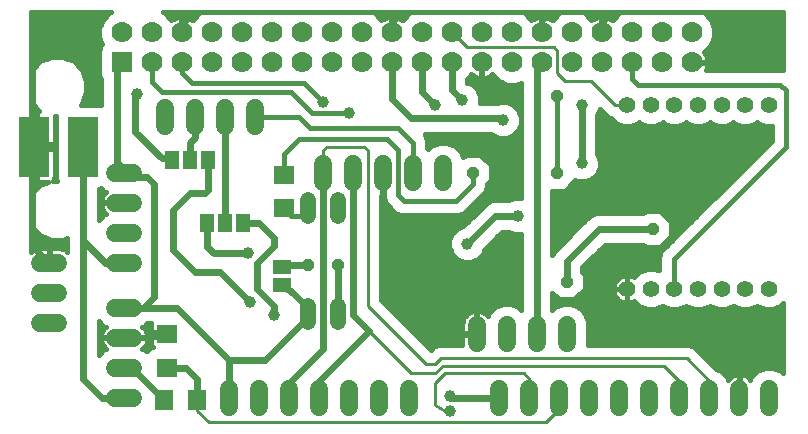
<source format=gtl>
G75*
%MOIN*%
%OFA0B0*%
%FSLAX25Y25*%
%IPPOS*%
%LPD*%
%AMOC8*
5,1,8,0,0,1.08239X$1,22.5*
%
%ADD10C,0.06000*%
%ADD11R,0.10000X0.20000*%
%ADD12C,0.05600*%
%ADD13R,0.07000X0.07000*%
%ADD14C,0.07000*%
%ADD15R,0.04600X0.06300*%
%ADD16R,0.06299X0.07098*%
%ADD17R,0.07098X0.06299*%
%ADD18C,0.05200*%
%ADD19R,0.06300X0.04600*%
%ADD20C,0.02400*%
%ADD21C,0.01600*%
%ADD22C,0.03962*%
%ADD23C,0.01000*%
%ADD24OC8,0.03962*%
D10*
X0050050Y0029300D02*
X0056050Y0029300D01*
X0056050Y0039300D02*
X0050050Y0039300D01*
X0050050Y0049300D02*
X0056050Y0049300D01*
X0056050Y0059300D02*
X0050050Y0059300D01*
X0031050Y0054300D02*
X0025050Y0054300D01*
X0025050Y0064300D02*
X0031050Y0064300D01*
X0031050Y0074300D02*
X0025050Y0074300D01*
X0050050Y0074300D02*
X0056050Y0074300D01*
X0056050Y0084300D02*
X0050050Y0084300D01*
X0050050Y0094300D02*
X0056050Y0094300D01*
X0056050Y0104300D02*
X0050050Y0104300D01*
X0066800Y0120050D02*
X0066800Y0126050D01*
X0076800Y0126050D02*
X0076800Y0120050D01*
X0086800Y0120050D02*
X0086800Y0126050D01*
X0096800Y0126050D02*
X0096800Y0120050D01*
X0119300Y0107300D02*
X0119300Y0101300D01*
X0129300Y0101300D02*
X0129300Y0107300D01*
X0139300Y0107300D02*
X0139300Y0101300D01*
X0149300Y0101300D02*
X0149300Y0107300D01*
X0159300Y0107300D02*
X0159300Y0101300D01*
X0170550Y0053550D02*
X0170550Y0047550D01*
X0180550Y0047550D02*
X0180550Y0053550D01*
X0190550Y0053550D02*
X0190550Y0047550D01*
X0200550Y0047550D02*
X0200550Y0053550D01*
X0198050Y0032300D02*
X0198050Y0026300D01*
X0208050Y0026300D02*
X0208050Y0032300D01*
X0218050Y0032300D02*
X0218050Y0026300D01*
X0228050Y0026300D02*
X0228050Y0032300D01*
X0238050Y0032300D02*
X0238050Y0026300D01*
X0248050Y0026300D02*
X0248050Y0032300D01*
X0258050Y0032300D02*
X0258050Y0026300D01*
X0268050Y0026300D02*
X0268050Y0032300D01*
X0188050Y0032300D02*
X0188050Y0026300D01*
X0178050Y0026300D02*
X0178050Y0032300D01*
X0148050Y0032300D02*
X0148050Y0026300D01*
X0138050Y0026300D02*
X0138050Y0032300D01*
X0128050Y0032300D02*
X0128050Y0026300D01*
X0118050Y0026300D02*
X0118050Y0032300D01*
X0108050Y0032300D02*
X0108050Y0026300D01*
X0098050Y0026300D02*
X0098050Y0032300D01*
X0088050Y0032300D02*
X0088050Y0026300D01*
D11*
X0039300Y0113050D03*
X0023050Y0113050D03*
D12*
X0220678Y0126800D03*
X0228552Y0126800D03*
X0236426Y0126800D03*
X0244300Y0126800D03*
X0252174Y0126800D03*
X0260048Y0126800D03*
X0267922Y0126800D03*
X0267922Y0065550D03*
X0260048Y0065550D03*
X0252174Y0065550D03*
X0244300Y0065550D03*
X0236426Y0065550D03*
X0228552Y0065550D03*
X0220678Y0065550D03*
D13*
X0052253Y0141131D03*
D14*
X0062253Y0141131D03*
X0072253Y0141131D03*
X0082253Y0141131D03*
X0092253Y0141131D03*
X0102253Y0141131D03*
X0112253Y0141131D03*
X0122253Y0141131D03*
X0132253Y0141131D03*
X0142253Y0141131D03*
X0152253Y0141131D03*
X0162253Y0141131D03*
X0172253Y0141131D03*
X0182253Y0141131D03*
X0192253Y0141131D03*
X0202253Y0141131D03*
X0212253Y0141131D03*
X0222253Y0141131D03*
X0232253Y0141131D03*
X0242253Y0141131D03*
X0242253Y0151131D03*
X0232253Y0151131D03*
X0222253Y0151131D03*
X0212253Y0151131D03*
X0202253Y0151131D03*
X0192253Y0151131D03*
X0182253Y0151131D03*
X0172253Y0151131D03*
X0162253Y0151131D03*
X0152253Y0151131D03*
X0142253Y0151131D03*
X0132253Y0151131D03*
X0122253Y0151131D03*
X0112253Y0151131D03*
X0102253Y0151131D03*
X0092253Y0151131D03*
X0082253Y0151131D03*
X0072253Y0151131D03*
X0062253Y0151131D03*
X0052253Y0151131D03*
D15*
X0068925Y0108675D03*
X0074925Y0108675D03*
X0080925Y0108675D03*
X0080800Y0087425D03*
X0086800Y0087425D03*
X0092800Y0087425D03*
D16*
X0077372Y0028675D03*
X0066175Y0028675D03*
D17*
X0067425Y0039300D03*
X0067425Y0050497D03*
X0106175Y0092452D03*
X0106175Y0103648D03*
D18*
X0114300Y0095125D02*
X0114300Y0089925D01*
X0124300Y0089925D02*
X0124300Y0095125D01*
X0124300Y0059925D02*
X0124300Y0054725D01*
X0114300Y0054725D02*
X0114300Y0059925D01*
D19*
X0105550Y0066925D03*
X0105550Y0072925D03*
D20*
X0045550Y0029300D02*
X0039300Y0035550D01*
X0039300Y0081800D01*
X0039300Y0084300D01*
X0039300Y0113050D01*
X0050550Y0108050D02*
X0050550Y0139428D01*
X0052253Y0141131D01*
X0057425Y0130550D02*
X0056800Y0129925D01*
X0056800Y0118050D01*
X0065550Y0109300D01*
X0068925Y0108675D01*
X0074925Y0108675D02*
X0074925Y0114300D01*
X0076800Y0116175D01*
X0076800Y0123050D01*
X0086800Y0123050D02*
X0086800Y0087425D01*
X0080800Y0087425D02*
X0080800Y0079675D01*
X0083050Y0077425D01*
X0094300Y0077425D01*
X0097425Y0074300D02*
X0103050Y0079925D01*
X0103050Y0082425D01*
X0098050Y0087425D01*
X0092800Y0087425D01*
X0080925Y0098425D02*
X0079925Y0097425D01*
X0074925Y0097425D01*
X0069300Y0091800D01*
X0069300Y0078675D01*
X0076800Y0071175D01*
X0084925Y0071175D01*
X0094925Y0061175D01*
X0097425Y0065550D02*
X0097425Y0074300D01*
X0105425Y0073550D02*
X0105550Y0072925D01*
X0105425Y0073550D02*
X0114300Y0073675D01*
X0124300Y0073675D02*
X0124300Y0059925D01*
X0129300Y0056800D02*
X0134613Y0051487D01*
X0118050Y0034925D01*
X0118050Y0029300D01*
X0108675Y0029925D02*
X0108675Y0034925D01*
X0119300Y0045550D01*
X0119300Y0104300D01*
X0129300Y0104300D02*
X0129300Y0056800D01*
X0114300Y0056175D02*
X0114300Y0059925D01*
X0113675Y0059925D01*
X0109300Y0064300D01*
X0105550Y0066925D01*
X0103050Y0059925D02*
X0097425Y0065550D01*
X0103050Y0059925D02*
X0103050Y0056800D01*
X0114300Y0056175D02*
X0099925Y0041800D01*
X0088050Y0041800D01*
X0088050Y0029300D01*
X0077425Y0028728D02*
X0077425Y0035550D01*
X0073675Y0039300D01*
X0067425Y0039300D01*
X0066175Y0028675D02*
X0055550Y0039300D01*
X0053050Y0039300D01*
X0053050Y0029300D02*
X0045550Y0029300D01*
X0070550Y0059300D02*
X0088050Y0041800D01*
X0108050Y0029300D02*
X0108675Y0029925D01*
X0070550Y0059300D02*
X0059300Y0059300D01*
X0063050Y0063050D01*
X0063050Y0100550D01*
X0060550Y0103050D01*
X0054300Y0103050D01*
X0053050Y0104300D01*
X0053050Y0105550D01*
X0050550Y0108050D01*
X0023050Y0113050D02*
X0023050Y0099300D01*
X0022425Y0098675D01*
X0022425Y0079925D01*
X0028050Y0074300D01*
X0039300Y0081800D02*
X0046800Y0074300D01*
X0053050Y0059300D02*
X0059300Y0059300D01*
X0080925Y0098425D02*
X0080925Y0108675D01*
X0022425Y0098675D02*
X0022425Y0142425D01*
X0028050Y0148050D01*
X0028050Y0153050D01*
X0022425Y0147425D01*
X0022425Y0142425D01*
X0142253Y0141131D02*
X0142253Y0128847D01*
X0148675Y0122425D01*
X0178675Y0122425D01*
X0179300Y0121800D01*
X0165550Y0128675D02*
X0162253Y0131972D01*
X0162253Y0141131D01*
X0152253Y0141131D02*
X0152253Y0131347D01*
X0156800Y0126800D01*
X0190550Y0139428D02*
X0192253Y0141131D01*
X0190550Y0139428D02*
X0190550Y0050550D01*
X0200550Y0068050D02*
X0200550Y0074925D01*
X0211175Y0085550D01*
X0229300Y0085550D01*
X0205550Y0107425D02*
X0205550Y0126800D01*
X0184300Y0089925D02*
X0176800Y0089925D01*
X0167425Y0080550D01*
X0161800Y0029925D02*
X0162425Y0029300D01*
X0178050Y0029300D01*
D21*
X0157780Y0046925D02*
X0156126Y0046240D01*
X0155237Y0045351D01*
X0138800Y0061789D01*
X0138800Y0096519D01*
X0138922Y0096500D01*
X0139100Y0096500D01*
X0139100Y0104100D01*
X0139500Y0104100D01*
X0139500Y0095845D01*
X0140231Y0094081D01*
X0142106Y0092206D01*
X0143456Y0090856D01*
X0145220Y0090125D01*
X0164630Y0090125D01*
X0166394Y0090856D01*
X0172019Y0096481D01*
X0173369Y0097831D01*
X0174100Y0099595D01*
X0174100Y0100641D01*
X0175281Y0101823D01*
X0175281Y0106777D01*
X0171777Y0110281D01*
X0166823Y0110281D01*
X0165988Y0109446D01*
X0165234Y0111265D01*
X0163265Y0113234D01*
X0160692Y0114300D01*
X0157908Y0114300D01*
X0155335Y0113234D01*
X0154300Y0112199D01*
X0154100Y0112399D01*
X0154100Y0115255D01*
X0153369Y0117019D01*
X0153163Y0117225D01*
X0175416Y0117225D01*
X0175912Y0116729D01*
X0178110Y0115819D01*
X0180490Y0115819D01*
X0182688Y0116729D01*
X0184371Y0118412D01*
X0185281Y0120610D01*
X0185281Y0122990D01*
X0184371Y0125188D01*
X0182688Y0126871D01*
X0180490Y0127781D01*
X0178110Y0127781D01*
X0177733Y0127625D01*
X0171531Y0127625D01*
X0171531Y0129865D01*
X0170621Y0132063D01*
X0168938Y0133746D01*
X0167453Y0134361D01*
X0167453Y0135724D01*
X0168611Y0136882D01*
X0168727Y0137162D01*
X0168800Y0137088D01*
X0169475Y0136598D01*
X0170218Y0136219D01*
X0171012Y0135961D01*
X0171836Y0135831D01*
X0172068Y0135831D01*
X0172068Y0140946D01*
X0172437Y0140946D01*
X0172437Y0135831D01*
X0172670Y0135831D01*
X0173494Y0135961D01*
X0174287Y0136219D01*
X0175031Y0136598D01*
X0175705Y0137088D01*
X0175779Y0137162D01*
X0175895Y0136882D01*
X0178004Y0134773D01*
X0180761Y0133631D01*
X0183745Y0133631D01*
X0185350Y0134296D01*
X0185350Y0095906D01*
X0183110Y0095906D01*
X0181225Y0095125D01*
X0175766Y0095125D01*
X0173854Y0094333D01*
X0165923Y0086402D01*
X0164037Y0085621D01*
X0162354Y0083938D01*
X0161444Y0081740D01*
X0161444Y0079360D01*
X0162354Y0077162D01*
X0164037Y0075479D01*
X0166235Y0074569D01*
X0168615Y0074569D01*
X0170813Y0075479D01*
X0172496Y0077162D01*
X0173277Y0079048D01*
X0178954Y0084725D01*
X0181225Y0084725D01*
X0183110Y0083944D01*
X0185350Y0083944D01*
X0185350Y0058649D01*
X0184515Y0059484D01*
X0181942Y0060550D01*
X0179158Y0060550D01*
X0176585Y0059484D01*
X0174616Y0057515D01*
X0174248Y0056627D01*
X0174211Y0056677D01*
X0173677Y0057211D01*
X0173066Y0057655D01*
X0172393Y0057998D01*
X0171674Y0058232D01*
X0170928Y0058350D01*
X0170750Y0058350D01*
X0170750Y0050750D01*
X0170350Y0050750D01*
X0170350Y0058350D01*
X0170172Y0058350D01*
X0169426Y0058232D01*
X0168707Y0057998D01*
X0168034Y0057655D01*
X0167423Y0057211D01*
X0166889Y0056677D01*
X0166445Y0056066D01*
X0144523Y0056066D01*
X0142925Y0057664D02*
X0168052Y0057664D01*
X0166445Y0056066D02*
X0166102Y0055393D01*
X0165868Y0054674D01*
X0165750Y0053928D01*
X0165750Y0050750D01*
X0170350Y0050750D01*
X0170350Y0050350D01*
X0165750Y0050350D01*
X0165750Y0047172D01*
X0165789Y0046925D01*
X0157780Y0046925D01*
X0156693Y0046475D02*
X0154114Y0046475D01*
X0152516Y0048073D02*
X0165750Y0048073D01*
X0165750Y0049672D02*
X0150917Y0049672D01*
X0149319Y0051270D02*
X0165750Y0051270D01*
X0165750Y0052869D02*
X0147720Y0052869D01*
X0146122Y0054467D02*
X0165835Y0054467D01*
X0170350Y0054467D02*
X0170750Y0054467D01*
X0170750Y0052869D02*
X0170350Y0052869D01*
X0170350Y0051270D02*
X0170750Y0051270D01*
X0170750Y0056066D02*
X0170350Y0056066D01*
X0170350Y0057664D02*
X0170750Y0057664D01*
X0173048Y0057664D02*
X0174765Y0057664D01*
X0176363Y0059263D02*
X0141326Y0059263D01*
X0139728Y0060861D02*
X0185350Y0060861D01*
X0185350Y0059263D02*
X0184737Y0059263D01*
X0185350Y0062460D02*
X0138800Y0062460D01*
X0138800Y0064058D02*
X0185350Y0064058D01*
X0185350Y0065657D02*
X0138800Y0065657D01*
X0138800Y0067255D02*
X0185350Y0067255D01*
X0185350Y0068854D02*
X0138800Y0068854D01*
X0138800Y0070452D02*
X0185350Y0070452D01*
X0185350Y0072051D02*
X0138800Y0072051D01*
X0138800Y0073649D02*
X0185350Y0073649D01*
X0185350Y0075248D02*
X0170254Y0075248D01*
X0172180Y0076846D02*
X0185350Y0076846D01*
X0185350Y0078445D02*
X0173027Y0078445D01*
X0174272Y0080043D02*
X0185350Y0080043D01*
X0185350Y0081642D02*
X0175871Y0081642D01*
X0177469Y0083240D02*
X0185350Y0083240D01*
X0195750Y0083240D02*
X0201512Y0083240D01*
X0199913Y0081642D02*
X0195750Y0081642D01*
X0195750Y0080043D02*
X0198315Y0080043D01*
X0196716Y0078445D02*
X0195750Y0078445D01*
X0196142Y0077871D02*
X0195750Y0076925D01*
X0195750Y0098319D01*
X0199902Y0098319D01*
X0203406Y0101823D01*
X0203406Y0101839D01*
X0204360Y0101444D01*
X0206740Y0101444D01*
X0208938Y0102354D01*
X0210621Y0104037D01*
X0211531Y0106235D01*
X0211531Y0108615D01*
X0210750Y0110500D01*
X0210750Y0123725D01*
X0211531Y0125610D01*
X0211531Y0125705D01*
X0214251Y0122985D01*
X0215318Y0122543D01*
X0216826Y0121035D01*
X0219325Y0120000D01*
X0222031Y0120000D01*
X0224530Y0121035D01*
X0224615Y0121120D01*
X0224700Y0121035D01*
X0227199Y0120000D01*
X0229905Y0120000D01*
X0232404Y0121035D01*
X0232489Y0121120D01*
X0232574Y0121035D01*
X0235073Y0120000D01*
X0237779Y0120000D01*
X0240278Y0121035D01*
X0240363Y0121120D01*
X0240448Y0121035D01*
X0242947Y0120000D01*
X0245653Y0120000D01*
X0248152Y0121035D01*
X0248237Y0121120D01*
X0248322Y0121035D01*
X0250821Y0120000D01*
X0253527Y0120000D01*
X0256026Y0121035D01*
X0256111Y0121120D01*
X0256196Y0121035D01*
X0258695Y0120000D01*
X0261401Y0120000D01*
X0263900Y0121035D01*
X0263985Y0121120D01*
X0264070Y0121035D01*
X0266569Y0120000D01*
X0268875Y0120000D01*
X0268875Y0115038D01*
X0233456Y0079619D01*
X0232106Y0078269D01*
X0231375Y0076505D01*
X0231375Y0071741D01*
X0229905Y0072350D01*
X0227199Y0072350D01*
X0224700Y0071315D01*
X0222944Y0069558D01*
X0222444Y0069813D01*
X0221755Y0070037D01*
X0221040Y0070150D01*
X0220678Y0070150D01*
X0220678Y0065550D01*
X0220678Y0065550D01*
X0220678Y0060950D01*
X0221040Y0060950D01*
X0221755Y0061063D01*
X0222444Y0061287D01*
X0222944Y0061542D01*
X0224700Y0059785D01*
X0227199Y0058750D01*
X0229905Y0058750D01*
X0232404Y0059785D01*
X0232489Y0059870D01*
X0232574Y0059785D01*
X0235073Y0058750D01*
X0237779Y0058750D01*
X0240278Y0059785D01*
X0240363Y0059870D01*
X0240448Y0059785D01*
X0242947Y0058750D01*
X0245653Y0058750D01*
X0248152Y0059785D01*
X0248237Y0059870D01*
X0248322Y0059785D01*
X0250821Y0058750D01*
X0253527Y0058750D01*
X0256026Y0059785D01*
X0256111Y0059870D01*
X0256196Y0059785D01*
X0258695Y0058750D01*
X0261401Y0058750D01*
X0263900Y0059785D01*
X0263985Y0059870D01*
X0264070Y0059785D01*
X0266569Y0058750D01*
X0269275Y0058750D01*
X0271774Y0059785D01*
X0272751Y0060762D01*
X0272751Y0037499D01*
X0272015Y0038234D01*
X0269442Y0039300D01*
X0266658Y0039300D01*
X0264085Y0038234D01*
X0262116Y0036265D01*
X0261748Y0035377D01*
X0261711Y0035427D01*
X0261177Y0035961D01*
X0260566Y0036405D01*
X0259893Y0036748D01*
X0259174Y0036982D01*
X0258428Y0037100D01*
X0258250Y0037100D01*
X0258250Y0029500D01*
X0257850Y0029500D01*
X0257850Y0037100D01*
X0257672Y0037100D01*
X0256926Y0036982D01*
X0256207Y0036748D01*
X0255534Y0036405D01*
X0254923Y0035961D01*
X0254389Y0035427D01*
X0254352Y0035377D01*
X0253984Y0036265D01*
X0252015Y0038234D01*
X0250461Y0038878D01*
X0244365Y0044974D01*
X0243099Y0046240D01*
X0241445Y0046925D01*
X0207550Y0046925D01*
X0207550Y0054942D01*
X0206484Y0057515D01*
X0204515Y0059484D01*
X0201942Y0060550D01*
X0199158Y0060550D01*
X0196585Y0059484D01*
X0195750Y0058649D01*
X0195750Y0064391D01*
X0198073Y0062069D01*
X0203027Y0062069D01*
X0206531Y0065573D01*
X0206531Y0070527D01*
X0205750Y0071309D01*
X0205750Y0072771D01*
X0213329Y0080350D01*
X0226041Y0080350D01*
X0226823Y0079569D01*
X0231777Y0079569D01*
X0235281Y0083073D01*
X0235281Y0088027D01*
X0231777Y0091531D01*
X0226823Y0091531D01*
X0226041Y0090750D01*
X0210141Y0090750D01*
X0208229Y0089958D01*
X0206767Y0088496D01*
X0196142Y0077871D01*
X0205750Y0072051D02*
X0226477Y0072051D01*
X0223838Y0070452D02*
X0206531Y0070452D01*
X0206531Y0068854D02*
X0217476Y0068854D01*
X0217681Y0069059D02*
X0217169Y0068547D01*
X0216744Y0067961D01*
X0216415Y0067316D01*
X0216191Y0066627D01*
X0216078Y0065912D01*
X0216078Y0065550D01*
X0220678Y0065550D01*
X0220678Y0065550D01*
X0220678Y0060950D01*
X0220316Y0060950D01*
X0219601Y0061063D01*
X0218912Y0061287D01*
X0218267Y0061616D01*
X0217681Y0062041D01*
X0217169Y0062553D01*
X0216744Y0063139D01*
X0216415Y0063784D01*
X0216191Y0064473D01*
X0216078Y0065188D01*
X0216078Y0065550D01*
X0220678Y0065550D01*
X0220678Y0070150D01*
X0220316Y0070150D01*
X0219601Y0070037D01*
X0218912Y0069813D01*
X0218267Y0069484D01*
X0217681Y0069059D01*
X0216395Y0067255D02*
X0206531Y0067255D01*
X0206531Y0065657D02*
X0216078Y0065657D01*
X0216326Y0064058D02*
X0205017Y0064058D01*
X0203418Y0062460D02*
X0217263Y0062460D01*
X0220678Y0062460D02*
X0220678Y0062460D01*
X0220678Y0064058D02*
X0220678Y0064058D01*
X0220678Y0065550D02*
X0220678Y0065550D01*
X0220678Y0065657D02*
X0220678Y0065657D01*
X0220678Y0067255D02*
X0220678Y0067255D01*
X0220678Y0068854D02*
X0220678Y0068854D01*
X0223624Y0060861D02*
X0195750Y0060861D01*
X0195750Y0059263D02*
X0196363Y0059263D01*
X0195750Y0062460D02*
X0197682Y0062460D01*
X0196083Y0064058D02*
X0195750Y0064058D01*
X0204737Y0059263D02*
X0225961Y0059263D01*
X0231143Y0059263D02*
X0233835Y0059263D01*
X0239017Y0059263D02*
X0241709Y0059263D01*
X0246891Y0059263D02*
X0249583Y0059263D01*
X0254765Y0059263D02*
X0257457Y0059263D01*
X0262639Y0059263D02*
X0265331Y0059263D01*
X0270513Y0059263D02*
X0272751Y0059263D01*
X0272751Y0057664D02*
X0206335Y0057664D01*
X0207085Y0056066D02*
X0272751Y0056066D01*
X0272751Y0054467D02*
X0207550Y0054467D01*
X0207550Y0052869D02*
X0272751Y0052869D01*
X0272751Y0051270D02*
X0207550Y0051270D01*
X0207550Y0049672D02*
X0272751Y0049672D01*
X0272751Y0048073D02*
X0207550Y0048073D01*
X0236175Y0065801D02*
X0236426Y0065550D01*
X0236175Y0065801D02*
X0236175Y0075550D01*
X0273675Y0113050D01*
X0273675Y0131800D01*
X0271800Y0133675D01*
X0224300Y0133675D01*
X0222253Y0135722D01*
X0222253Y0141131D01*
X0212253Y0151131D02*
X0212253Y0154128D01*
X0213362Y0155238D01*
X0210550Y0157738D01*
X0195550Y0157738D01*
X0192737Y0155238D01*
X0189925Y0157738D01*
X0146175Y0157738D01*
X0143363Y0155238D01*
X0140550Y0157738D01*
X0076800Y0157738D01*
X0072253Y0153503D01*
X0072253Y0151131D01*
X0072437Y0151315D02*
X0072068Y0151315D01*
X0072068Y0156431D01*
X0071836Y0156431D01*
X0071012Y0156300D01*
X0070218Y0156042D01*
X0069475Y0155664D01*
X0068800Y0155173D01*
X0068727Y0155100D01*
X0068611Y0155379D01*
X0066501Y0157489D01*
X0065845Y0157761D01*
X0078660Y0157761D01*
X0078004Y0157489D01*
X0075895Y0155379D01*
X0075779Y0155100D01*
X0075705Y0155173D01*
X0075809Y0155173D01*
X0075705Y0155173D02*
X0075031Y0155664D01*
X0074287Y0156042D01*
X0073494Y0156300D01*
X0072670Y0156431D01*
X0072437Y0156431D01*
X0072437Y0151315D01*
X0072437Y0151976D02*
X0072068Y0151976D01*
X0072068Y0153575D02*
X0072437Y0153575D01*
X0072437Y0155173D02*
X0072068Y0155173D01*
X0068800Y0155173D02*
X0068696Y0155173D01*
X0067218Y0156772D02*
X0077287Y0156772D01*
X0072253Y0141131D02*
X0072253Y0137597D01*
X0075550Y0134300D01*
X0113050Y0134300D01*
X0119300Y0128050D01*
X0115550Y0124300D02*
X0108675Y0131175D01*
X0065550Y0131175D01*
X0062253Y0134472D01*
X0062253Y0141131D01*
X0044753Y0140787D02*
X0036822Y0140787D01*
X0036161Y0141447D02*
X0032520Y0142955D01*
X0028580Y0142955D01*
X0024939Y0141447D01*
X0022153Y0138661D01*
X0022050Y0138413D01*
X0022050Y0157761D01*
X0048660Y0157761D01*
X0048004Y0157489D01*
X0045895Y0155379D01*
X0044753Y0152623D01*
X0044753Y0149639D01*
X0045734Y0147269D01*
X0045362Y0146897D01*
X0044753Y0145426D01*
X0044753Y0136835D01*
X0045350Y0135393D01*
X0045350Y0126945D01*
X0045096Y0127050D01*
X0038558Y0127050D01*
X0038947Y0127439D01*
X0040455Y0131080D01*
X0040455Y0135020D01*
X0038947Y0138661D01*
X0036161Y0141447D01*
X0033897Y0142385D02*
X0044753Y0142385D01*
X0044753Y0143984D02*
X0022050Y0143984D01*
X0022050Y0145582D02*
X0044817Y0145582D01*
X0045646Y0147181D02*
X0022050Y0147181D01*
X0022050Y0148779D02*
X0045109Y0148779D01*
X0044753Y0150378D02*
X0022050Y0150378D01*
X0022050Y0151976D02*
X0044753Y0151976D01*
X0045147Y0153575D02*
X0022050Y0153575D01*
X0022050Y0155173D02*
X0045809Y0155173D01*
X0047287Y0156772D02*
X0022050Y0156772D01*
X0022050Y0142385D02*
X0027203Y0142385D01*
X0024278Y0140787D02*
X0022050Y0140787D01*
X0022050Y0139188D02*
X0022680Y0139188D01*
X0022050Y0127687D02*
X0022153Y0127439D01*
X0024742Y0124850D01*
X0023850Y0124850D01*
X0023850Y0113850D01*
X0022250Y0113850D01*
X0022250Y0124850D01*
X0022050Y0124850D01*
X0022050Y0127687D01*
X0022050Y0126400D02*
X0023191Y0126400D01*
X0023850Y0124802D02*
X0022250Y0124802D01*
X0022250Y0123203D02*
X0023850Y0123203D01*
X0023850Y0121605D02*
X0022250Y0121605D01*
X0022250Y0120006D02*
X0023850Y0120006D01*
X0023850Y0118408D02*
X0022250Y0118408D01*
X0022250Y0116809D02*
X0023850Y0116809D01*
X0023850Y0115211D02*
X0022250Y0115211D01*
X0023850Y0113850D02*
X0029850Y0113850D01*
X0029850Y0123144D01*
X0030300Y0123144D01*
X0030300Y0102254D01*
X0030527Y0101705D01*
X0029251Y0101705D01*
X0029490Y0101945D01*
X0029727Y0102355D01*
X0029850Y0102813D01*
X0029850Y0112250D01*
X0023850Y0112250D01*
X0023850Y0113850D01*
X0023850Y0113612D02*
X0030300Y0113612D01*
X0030300Y0112014D02*
X0029850Y0112014D01*
X0029850Y0110415D02*
X0030300Y0110415D01*
X0030300Y0108817D02*
X0029850Y0108817D01*
X0029850Y0107218D02*
X0030300Y0107218D01*
X0030300Y0105620D02*
X0029850Y0105620D01*
X0029850Y0104021D02*
X0030300Y0104021D01*
X0030300Y0102423D02*
X0029745Y0102423D01*
X0027480Y0101250D02*
X0024939Y0100197D01*
X0022153Y0097411D01*
X0022050Y0097163D01*
X0022050Y0101250D01*
X0022250Y0101250D01*
X0022250Y0112250D01*
X0023850Y0112250D01*
X0023850Y0101250D01*
X0027480Y0101250D01*
X0026452Y0100824D02*
X0022050Y0100824D01*
X0022050Y0099226D02*
X0023967Y0099226D01*
X0022369Y0097627D02*
X0022050Y0097627D01*
X0022250Y0102423D02*
X0023850Y0102423D01*
X0023850Y0104021D02*
X0022250Y0104021D01*
X0022250Y0105620D02*
X0023850Y0105620D01*
X0023850Y0107218D02*
X0022250Y0107218D01*
X0022250Y0108817D02*
X0023850Y0108817D01*
X0023850Y0110415D02*
X0022250Y0110415D01*
X0022250Y0112014D02*
X0023850Y0112014D01*
X0029850Y0115211D02*
X0030300Y0115211D01*
X0030300Y0116809D02*
X0029850Y0116809D01*
X0029850Y0118408D02*
X0030300Y0118408D01*
X0030300Y0120006D02*
X0029850Y0120006D01*
X0029850Y0121605D02*
X0030300Y0121605D01*
X0039179Y0127999D02*
X0045350Y0127999D01*
X0045350Y0129597D02*
X0039841Y0129597D01*
X0040455Y0131196D02*
X0045350Y0131196D01*
X0045350Y0132794D02*
X0040455Y0132794D01*
X0040455Y0134393D02*
X0045350Y0134393D01*
X0045102Y0135991D02*
X0040053Y0135991D01*
X0039391Y0137590D02*
X0044753Y0137590D01*
X0044753Y0139188D02*
X0038420Y0139188D01*
X0096800Y0123050D02*
X0111175Y0123050D01*
X0114925Y0119300D01*
X0144300Y0119300D01*
X0149300Y0114300D01*
X0149300Y0104300D01*
X0144300Y0096800D02*
X0146175Y0094925D01*
X0163675Y0094925D01*
X0169300Y0100550D01*
X0169300Y0104300D01*
X0175281Y0104021D02*
X0185350Y0104021D01*
X0185350Y0102423D02*
X0175281Y0102423D01*
X0174283Y0100824D02*
X0185350Y0100824D01*
X0185350Y0099226D02*
X0173947Y0099226D01*
X0173165Y0097627D02*
X0185350Y0097627D01*
X0185350Y0096029D02*
X0171567Y0096029D01*
X0169968Y0094430D02*
X0174088Y0094430D01*
X0172353Y0092832D02*
X0168370Y0092832D01*
X0166771Y0091233D02*
X0170754Y0091233D01*
X0169156Y0089634D02*
X0138800Y0089634D01*
X0138800Y0088036D02*
X0167557Y0088036D01*
X0165959Y0086437D02*
X0138800Y0086437D01*
X0138800Y0084839D02*
X0163255Y0084839D01*
X0162066Y0083240D02*
X0138800Y0083240D01*
X0138800Y0081642D02*
X0161444Y0081642D01*
X0161444Y0080043D02*
X0138800Y0080043D01*
X0138800Y0078445D02*
X0161823Y0078445D01*
X0162670Y0076846D02*
X0138800Y0076846D01*
X0138800Y0075248D02*
X0164596Y0075248D01*
X0143079Y0091233D02*
X0138800Y0091233D01*
X0138800Y0092832D02*
X0141480Y0092832D01*
X0140086Y0094430D02*
X0138800Y0094430D01*
X0138800Y0096029D02*
X0139500Y0096029D01*
X0139500Y0097627D02*
X0139100Y0097627D01*
X0139100Y0099226D02*
X0139500Y0099226D01*
X0139500Y0100824D02*
X0139100Y0100824D01*
X0139100Y0102423D02*
X0139500Y0102423D01*
X0139500Y0104021D02*
X0139100Y0104021D01*
X0144300Y0096800D02*
X0144300Y0111800D01*
X0140550Y0115550D01*
X0111175Y0115550D01*
X0106175Y0110550D01*
X0106175Y0103648D01*
X0106175Y0092452D02*
X0108702Y0089925D01*
X0114300Y0089925D01*
X0154100Y0113612D02*
X0156247Y0113612D01*
X0154100Y0115211D02*
X0185350Y0115211D01*
X0185350Y0116809D02*
X0182768Y0116809D01*
X0184366Y0118408D02*
X0185350Y0118408D01*
X0185350Y0120006D02*
X0185031Y0120006D01*
X0185281Y0121605D02*
X0185350Y0121605D01*
X0185350Y0123203D02*
X0185193Y0123203D01*
X0185350Y0124802D02*
X0184531Y0124802D01*
X0185350Y0126400D02*
X0183158Y0126400D01*
X0185350Y0127999D02*
X0171531Y0127999D01*
X0171531Y0129597D02*
X0185350Y0129597D01*
X0185350Y0131196D02*
X0170980Y0131196D01*
X0169889Y0132794D02*
X0185350Y0132794D01*
X0178921Y0134393D02*
X0167453Y0134393D01*
X0167720Y0135991D02*
X0170919Y0135991D01*
X0172068Y0135991D02*
X0172437Y0135991D01*
X0173587Y0135991D02*
X0176786Y0135991D01*
X0172437Y0137590D02*
X0172068Y0137590D01*
X0172068Y0139188D02*
X0172437Y0139188D01*
X0172437Y0140787D02*
X0172068Y0140787D01*
X0192068Y0151315D02*
X0192068Y0156431D01*
X0191836Y0156431D01*
X0191012Y0156300D01*
X0190218Y0156042D01*
X0189475Y0155664D01*
X0188800Y0155173D01*
X0188727Y0155100D01*
X0188611Y0155379D01*
X0186501Y0157489D01*
X0185845Y0157761D01*
X0198660Y0157761D01*
X0198004Y0157489D01*
X0195895Y0155379D01*
X0195779Y0155100D01*
X0195705Y0155173D01*
X0195809Y0155173D01*
X0195705Y0155173D02*
X0195031Y0155664D01*
X0194287Y0156042D01*
X0193494Y0156300D01*
X0192670Y0156431D01*
X0192437Y0156431D01*
X0192437Y0151315D01*
X0192068Y0151315D01*
X0192253Y0151131D02*
X0192253Y0154753D01*
X0192737Y0155238D01*
X0192437Y0155173D02*
X0192068Y0155173D01*
X0192068Y0153575D02*
X0192437Y0153575D01*
X0192437Y0151976D02*
X0192068Y0151976D01*
X0188800Y0155173D02*
X0188696Y0155173D01*
X0187218Y0156772D02*
X0197287Y0156772D01*
X0205845Y0157761D02*
X0218660Y0157761D01*
X0218004Y0157489D01*
X0215895Y0155379D01*
X0215779Y0155100D01*
X0215705Y0155173D01*
X0215809Y0155173D01*
X0215705Y0155173D02*
X0215031Y0155664D01*
X0214287Y0156042D01*
X0213494Y0156300D01*
X0212670Y0156431D01*
X0212437Y0156431D01*
X0212437Y0151315D01*
X0212068Y0151315D01*
X0212068Y0156431D01*
X0211836Y0156431D01*
X0211012Y0156300D01*
X0210218Y0156042D01*
X0209475Y0155664D01*
X0208800Y0155173D01*
X0208727Y0155100D01*
X0208611Y0155379D01*
X0206501Y0157489D01*
X0205845Y0157761D01*
X0207218Y0156772D02*
X0217287Y0156772D01*
X0216175Y0157738D02*
X0213362Y0155238D01*
X0212437Y0155173D02*
X0212068Y0155173D01*
X0212068Y0153575D02*
X0212437Y0153575D01*
X0212437Y0151976D02*
X0212068Y0151976D01*
X0208800Y0155173D02*
X0208696Y0155173D01*
X0216175Y0157738D02*
X0247425Y0157738D01*
X0255550Y0151175D01*
X0249753Y0150378D02*
X0272751Y0150378D01*
X0272751Y0151976D02*
X0249753Y0151976D01*
X0249753Y0152623D02*
X0248611Y0155379D01*
X0246501Y0157489D01*
X0245845Y0157761D01*
X0272751Y0157761D01*
X0272751Y0138475D01*
X0246848Y0138475D01*
X0247164Y0139096D01*
X0247422Y0139890D01*
X0247553Y0140714D01*
X0247553Y0140946D01*
X0242437Y0140946D01*
X0242437Y0141315D01*
X0247553Y0141315D01*
X0247553Y0141548D01*
X0247422Y0142372D01*
X0247164Y0143165D01*
X0246786Y0143909D01*
X0246295Y0144583D01*
X0246222Y0144657D01*
X0246501Y0144773D01*
X0248611Y0146882D01*
X0249753Y0149639D01*
X0249753Y0152623D01*
X0249358Y0153575D02*
X0272751Y0153575D01*
X0272751Y0155173D02*
X0248696Y0155173D01*
X0247218Y0156772D02*
X0272751Y0156772D01*
X0272751Y0148779D02*
X0249397Y0148779D01*
X0248735Y0147181D02*
X0272751Y0147181D01*
X0272751Y0145582D02*
X0247311Y0145582D01*
X0246731Y0143984D02*
X0272751Y0143984D01*
X0272751Y0142385D02*
X0247418Y0142385D01*
X0247553Y0140787D02*
X0272751Y0140787D01*
X0272751Y0139188D02*
X0247194Y0139188D01*
X0245668Y0120006D02*
X0250806Y0120006D01*
X0253542Y0120006D02*
X0258680Y0120006D01*
X0261416Y0120006D02*
X0266554Y0120006D01*
X0268875Y0118408D02*
X0210750Y0118408D01*
X0210750Y0120006D02*
X0219310Y0120006D01*
X0222046Y0120006D02*
X0227184Y0120006D01*
X0229920Y0120006D02*
X0235058Y0120006D01*
X0237794Y0120006D02*
X0242932Y0120006D01*
X0261055Y0107218D02*
X0211531Y0107218D01*
X0211447Y0108817D02*
X0262653Y0108817D01*
X0264252Y0110415D02*
X0210785Y0110415D01*
X0210750Y0112014D02*
X0265850Y0112014D01*
X0267449Y0113612D02*
X0210750Y0113612D01*
X0210750Y0115211D02*
X0268875Y0115211D01*
X0268875Y0116809D02*
X0210750Y0116809D01*
X0210750Y0121605D02*
X0216257Y0121605D01*
X0214033Y0123203D02*
X0210750Y0123203D01*
X0211196Y0124802D02*
X0212434Y0124802D01*
X0197425Y0129925D02*
X0197425Y0104300D01*
X0202408Y0100824D02*
X0254661Y0100824D01*
X0256259Y0102423D02*
X0209006Y0102423D01*
X0210605Y0104021D02*
X0257858Y0104021D01*
X0259456Y0105620D02*
X0211276Y0105620D01*
X0200809Y0099226D02*
X0253062Y0099226D01*
X0251464Y0097627D02*
X0195750Y0097627D01*
X0195750Y0096029D02*
X0249865Y0096029D01*
X0248267Y0094430D02*
X0195750Y0094430D01*
X0195750Y0092832D02*
X0246668Y0092832D01*
X0245070Y0091233D02*
X0232076Y0091233D01*
X0233674Y0089634D02*
X0243471Y0089634D01*
X0241873Y0088036D02*
X0235273Y0088036D01*
X0235281Y0086437D02*
X0240274Y0086437D01*
X0238676Y0084839D02*
X0235281Y0084839D01*
X0235281Y0083240D02*
X0237077Y0083240D01*
X0235479Y0081642D02*
X0233850Y0081642D01*
X0233880Y0080043D02*
X0232252Y0080043D01*
X0233456Y0079619D02*
X0233456Y0079619D01*
X0232282Y0078445D02*
X0211424Y0078445D01*
X0213022Y0080043D02*
X0226348Y0080043D01*
X0231517Y0076846D02*
X0209825Y0076846D01*
X0208227Y0075248D02*
X0231375Y0075248D01*
X0231375Y0073649D02*
X0206628Y0073649D01*
X0203110Y0084839D02*
X0195750Y0084839D01*
X0195750Y0086437D02*
X0204709Y0086437D01*
X0206307Y0088036D02*
X0195750Y0088036D01*
X0195750Y0089634D02*
X0207906Y0089634D01*
X0195750Y0091233D02*
X0226524Y0091233D01*
X0230627Y0072051D02*
X0231375Y0072051D01*
X0242532Y0046475D02*
X0272751Y0046475D01*
X0272751Y0044876D02*
X0244463Y0044876D01*
X0244365Y0044974D02*
X0244365Y0044974D01*
X0246061Y0043278D02*
X0272751Y0043278D01*
X0272751Y0041679D02*
X0247660Y0041679D01*
X0249258Y0040081D02*
X0272751Y0040081D01*
X0272751Y0038482D02*
X0271417Y0038482D01*
X0264683Y0038482D02*
X0251417Y0038482D01*
X0253366Y0036884D02*
X0256624Y0036884D01*
X0257850Y0036884D02*
X0258250Y0036884D01*
X0259476Y0036884D02*
X0262734Y0036884D01*
X0258250Y0035285D02*
X0257850Y0035285D01*
X0257850Y0033687D02*
X0258250Y0033687D01*
X0258250Y0032088D02*
X0257850Y0032088D01*
X0257850Y0030490D02*
X0258250Y0030490D01*
X0185350Y0105620D02*
X0175281Y0105620D01*
X0174840Y0107218D02*
X0185350Y0107218D01*
X0185350Y0108817D02*
X0173242Y0108817D01*
X0165586Y0110415D02*
X0185350Y0110415D01*
X0185350Y0112014D02*
X0164486Y0112014D01*
X0162353Y0113612D02*
X0185350Y0113612D01*
X0175832Y0116809D02*
X0153456Y0116809D01*
X0128050Y0124300D02*
X0115550Y0124300D01*
X0142253Y0151131D02*
X0142253Y0154128D01*
X0143363Y0155238D01*
X0142437Y0155173D02*
X0142068Y0155173D01*
X0142068Y0156431D02*
X0141836Y0156431D01*
X0141012Y0156300D01*
X0140218Y0156042D01*
X0139475Y0155664D01*
X0138800Y0155173D01*
X0138727Y0155100D01*
X0138611Y0155379D01*
X0136501Y0157489D01*
X0135845Y0157761D01*
X0148660Y0157761D01*
X0148004Y0157489D01*
X0145895Y0155379D01*
X0145779Y0155100D01*
X0145705Y0155173D01*
X0145809Y0155173D01*
X0145705Y0155173D02*
X0145031Y0155664D01*
X0144287Y0156042D01*
X0143494Y0156300D01*
X0142670Y0156431D01*
X0142437Y0156431D01*
X0142437Y0151315D01*
X0142068Y0151315D01*
X0142068Y0156431D01*
X0138800Y0155173D02*
X0138696Y0155173D01*
X0137218Y0156772D02*
X0147287Y0156772D01*
X0142437Y0153575D02*
X0142068Y0153575D01*
X0142068Y0151976D02*
X0142437Y0151976D01*
X0046973Y0097998D02*
X0046923Y0097961D01*
X0046389Y0097427D01*
X0045945Y0096816D01*
X0045602Y0096143D01*
X0045368Y0095424D01*
X0045250Y0094678D01*
X0045250Y0094500D01*
X0052850Y0094500D01*
X0052850Y0094100D01*
X0045250Y0094100D01*
X0045250Y0093922D01*
X0045368Y0093176D01*
X0045602Y0092457D01*
X0045945Y0091784D01*
X0046389Y0091173D01*
X0046923Y0090639D01*
X0046973Y0090602D01*
X0046085Y0090234D01*
X0044500Y0088649D01*
X0044500Y0099050D01*
X0045096Y0099050D01*
X0045311Y0099139D01*
X0046085Y0098366D01*
X0046973Y0097998D01*
X0046589Y0097627D02*
X0044500Y0097627D01*
X0044500Y0096029D02*
X0045565Y0096029D01*
X0044500Y0094430D02*
X0052850Y0094430D01*
X0046345Y0091233D02*
X0044500Y0091233D01*
X0044500Y0089634D02*
X0045485Y0089634D01*
X0045480Y0092832D02*
X0044500Y0092832D01*
X0034100Y0082549D02*
X0034100Y0078017D01*
X0033566Y0078405D01*
X0032893Y0078748D01*
X0032174Y0078982D01*
X0031428Y0079100D01*
X0028250Y0079100D01*
X0028250Y0074500D01*
X0027850Y0074500D01*
X0027850Y0079100D01*
X0024672Y0079100D01*
X0023926Y0078982D01*
X0023207Y0078748D01*
X0022534Y0078405D01*
X0022050Y0078053D01*
X0022050Y0086437D01*
X0022153Y0086189D01*
X0024939Y0083403D01*
X0028580Y0081894D01*
X0032520Y0081894D01*
X0034100Y0082549D01*
X0034100Y0081642D02*
X0022050Y0081642D01*
X0022050Y0083240D02*
X0025330Y0083240D01*
X0023503Y0084839D02*
X0022050Y0084839D01*
X0022050Y0080043D02*
X0034100Y0080043D01*
X0034100Y0078445D02*
X0033488Y0078445D01*
X0028250Y0078445D02*
X0027850Y0078445D01*
X0027850Y0076846D02*
X0028250Y0076846D01*
X0028250Y0075248D02*
X0027850Y0075248D01*
X0022612Y0078445D02*
X0022050Y0078445D01*
X0046800Y0074300D02*
X0053050Y0074300D01*
X0044500Y0054951D02*
X0046085Y0053366D01*
X0046973Y0052998D01*
X0046923Y0052961D01*
X0046389Y0052427D01*
X0045945Y0051816D01*
X0045602Y0051143D01*
X0045368Y0050424D01*
X0045250Y0049678D01*
X0045250Y0049500D01*
X0052850Y0049500D01*
X0052850Y0049100D01*
X0045250Y0049100D01*
X0045250Y0048922D01*
X0045368Y0048176D01*
X0045602Y0047457D01*
X0045945Y0046784D01*
X0046389Y0046173D01*
X0046923Y0045639D01*
X0046973Y0045602D01*
X0046085Y0045234D01*
X0044500Y0043649D01*
X0044500Y0054951D01*
X0044500Y0054467D02*
X0044983Y0054467D01*
X0044500Y0052869D02*
X0046831Y0052869D01*
X0045667Y0051270D02*
X0044500Y0051270D01*
X0044500Y0049672D02*
X0045250Y0049672D01*
X0045402Y0048073D02*
X0044500Y0048073D01*
X0044500Y0046475D02*
X0046170Y0046475D01*
X0045727Y0044876D02*
X0044500Y0044876D01*
X0053250Y0049100D02*
X0053250Y0049500D01*
X0060850Y0049500D01*
X0060850Y0049678D01*
X0060732Y0050424D01*
X0060498Y0051143D01*
X0060155Y0051816D01*
X0059711Y0052427D01*
X0059177Y0052961D01*
X0059127Y0052998D01*
X0060015Y0053366D01*
X0060749Y0054100D01*
X0062134Y0054100D01*
X0062076Y0053883D01*
X0062076Y0051272D01*
X0066650Y0051272D01*
X0066650Y0049722D01*
X0062076Y0049722D01*
X0062076Y0047110D01*
X0062198Y0046652D01*
X0062435Y0046242D01*
X0062477Y0046200D01*
X0061610Y0045841D01*
X0060509Y0044740D01*
X0060015Y0045234D01*
X0059127Y0045602D01*
X0059177Y0045639D01*
X0059711Y0046173D01*
X0060155Y0046784D01*
X0060498Y0047457D01*
X0060732Y0048176D01*
X0060850Y0048922D01*
X0060850Y0049100D01*
X0053250Y0049100D01*
X0059269Y0052869D02*
X0062076Y0052869D01*
X0060433Y0051270D02*
X0066650Y0051270D01*
X0062076Y0049672D02*
X0060850Y0049672D01*
X0060698Y0048073D02*
X0062076Y0048073D01*
X0062301Y0046475D02*
X0059930Y0046475D01*
X0060373Y0044876D02*
X0060646Y0044876D01*
D22*
X0094925Y0061175D03*
X0103050Y0056800D03*
X0094300Y0077425D03*
X0167425Y0080550D03*
X0184300Y0089925D03*
X0205550Y0107425D03*
X0179300Y0121800D03*
X0165550Y0128675D03*
X0156800Y0126800D03*
X0128050Y0124300D03*
X0119300Y0128050D03*
X0057425Y0130550D03*
X0205550Y0126800D03*
X0161800Y0029925D03*
X0161800Y0024925D03*
D23*
X0159925Y0024925D01*
X0156800Y0026800D01*
X0156800Y0034300D01*
X0159925Y0037425D01*
X0186175Y0037425D01*
X0188050Y0035550D01*
X0188050Y0029300D01*
X0193675Y0021175D02*
X0198675Y0026175D01*
X0198675Y0028675D01*
X0198050Y0029300D01*
X0193675Y0021175D02*
X0081175Y0021175D01*
X0077372Y0024978D01*
X0077372Y0028675D01*
X0077425Y0028728D01*
X0134613Y0051487D02*
X0148675Y0037425D01*
X0156800Y0037425D01*
X0159300Y0039925D01*
X0233050Y0039925D01*
X0238050Y0034925D01*
X0238050Y0029300D01*
X0248050Y0029300D02*
X0248050Y0034925D01*
X0240550Y0042425D01*
X0158675Y0042425D01*
X0156800Y0040550D01*
X0153675Y0040550D01*
X0134300Y0059925D01*
X0134300Y0111800D01*
X0133050Y0113050D01*
X0120550Y0113050D01*
X0119300Y0111800D01*
X0119300Y0104300D01*
X0162253Y0151131D02*
X0167208Y0146175D01*
X0196175Y0146175D01*
X0197425Y0144925D01*
X0197425Y0137425D01*
X0199925Y0134925D01*
X0208675Y0134925D01*
X0216800Y0126800D01*
X0220678Y0126800D01*
D24*
X0197425Y0129925D03*
X0197425Y0104300D03*
X0169300Y0104300D03*
X0124300Y0073675D03*
X0114300Y0073675D03*
X0200550Y0068050D03*
X0229300Y0085550D03*
M02*

</source>
